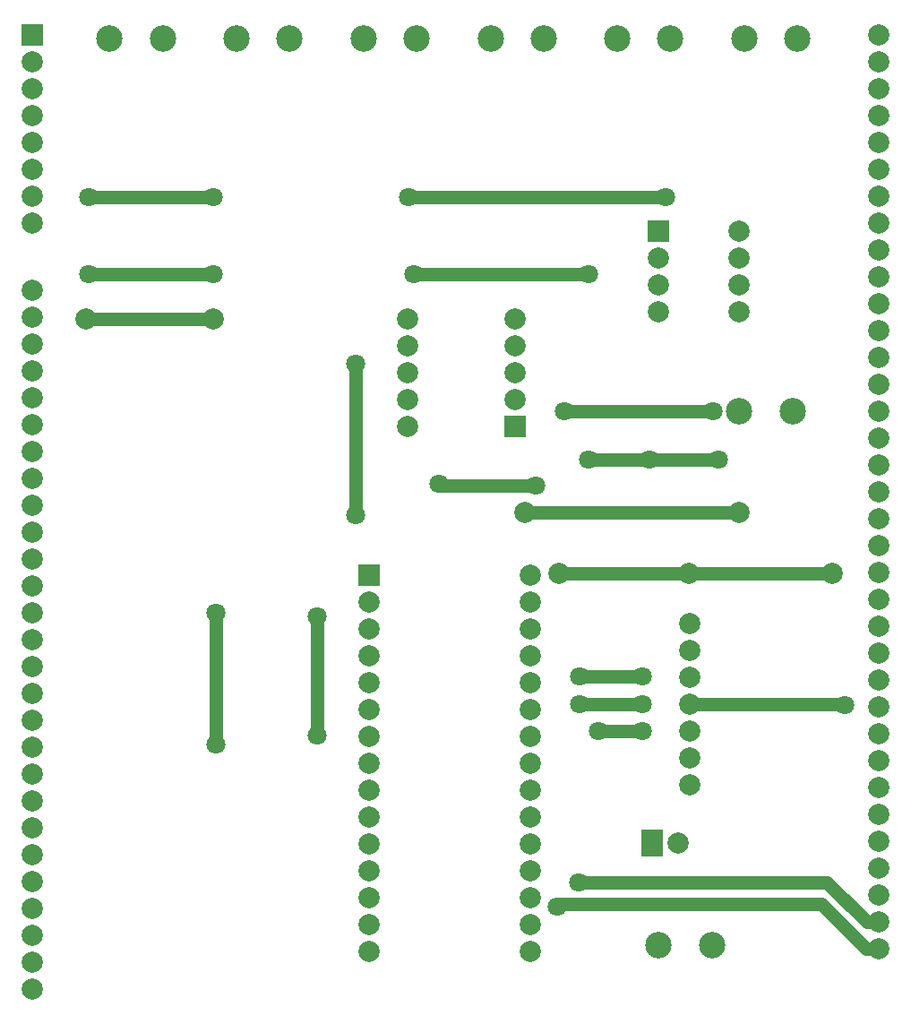
<source format=gbr>
%TF.GenerationSoftware,KiCad,Pcbnew,7.0.6-7.0.6~ubuntu22.04.1*%
%TF.CreationDate,2023-07-19T15:48:20-03:00*%
%TF.ProjectId,Gerador_sinais_AD9833,47657261-646f-4725-9f73-696e6169735f,v01*%
%TF.SameCoordinates,Original*%
%TF.FileFunction,Copper,L1,Top*%
%TF.FilePolarity,Positive*%
%FSLAX46Y46*%
G04 Gerber Fmt 4.6, Leading zero omitted, Abs format (unit mm)*
G04 Created by KiCad (PCBNEW 7.0.6-7.0.6~ubuntu22.04.1) date 2023-07-19 15:48:20*
%MOMM*%
%LPD*%
G01*
G04 APERTURE LIST*
%TA.AperFunction,ComponentPad*%
%ADD10C,2.000000*%
%TD*%
%TA.AperFunction,ComponentPad*%
%ADD11R,2.000000X2.000000*%
%TD*%
%TA.AperFunction,ComponentPad*%
%ADD12C,2.500000*%
%TD*%
%TA.AperFunction,ComponentPad*%
%ADD13R,2.000000X2.500000*%
%TD*%
%TA.AperFunction,ViaPad*%
%ADD14C,1.800000*%
%TD*%
%TA.AperFunction,ViaPad*%
%ADD15C,2.000000*%
%TD*%
%TA.AperFunction,Conductor*%
%ADD16C,1.270000*%
%TD*%
G04 APERTURE END LIST*
D10*
%TO.P,U2,1,VCC*%
%TO.N,+5V*%
X142120000Y-84020000D03*
%TO.P,U2,2,GND*%
%TO.N,Earth*%
X142120000Y-86560000D03*
%TO.P,U2,3,INC*%
%TO.N,X9c10x_INC*%
X142120000Y-89100000D03*
%TO.P,U2,4,U/D*%
%TO.N,X9c10x_U{slash}D*%
X142120000Y-91640000D03*
%TO.P,U2,5,CS*%
%TO.N,CS (X9c104)*%
X142120000Y-94180000D03*
D11*
%TO.P,U2,6,GND*%
%TO.N,Earth*%
X152280000Y-94180000D03*
D10*
%TO.P,U2,7,RL*%
%TO.N,Net-(U1--IN2)*%
X152280000Y-91640000D03*
%TO.P,U2,8,RW*%
%TO.N,Out_circuito*%
X152280000Y-89100000D03*
%TO.P,U2,9,RH*%
%TO.N,unconnected-(U2-RH-Pad9)*%
X152280000Y-86560000D03*
%TO.P,U2,10,VCC*%
%TO.N,unconnected-(U2-VCC-Pad10)*%
X152280000Y-84020000D03*
%TD*%
D12*
%TO.P,SW3,1,1*%
%TO.N,freq-*%
X126000000Y-57500000D03*
%TO.P,SW3,2,2*%
%TO.N,Earth*%
X131000000Y-57500000D03*
%TD*%
D10*
%TO.P,C1,1*%
%TO.N,Out_ad9833*%
X167750000Y-133500000D03*
D13*
%TO.P,C1,2*%
%TO.N,Passa_alta*%
X165250000Y-133500000D03*
%TD*%
D11*
%TO.P,A1,1,D1/TX*%
%TO.N,unconnected-(A1-D1{slash}TX-Pad1)*%
X138500000Y-108230000D03*
D10*
%TO.P,A1,2,D0/RX*%
%TO.N,unconnected-(A1-D0{slash}RX-Pad2)*%
X138500000Y-110770000D03*
%TO.P,A1,3,~{RESET}*%
%TO.N,unconnected-(A1-~{RESET}-Pad3)*%
X138500000Y-113310000D03*
%TO.P,A1,4,GND*%
%TO.N,Earth*%
X138500000Y-115850000D03*
%TO.P,A1,5,D2*%
%TO.N,CS (X9c104)*%
X138500000Y-118390000D03*
%TO.P,A1,6,D3*%
%TO.N,storage_R*%
X138500000Y-120930000D03*
%TO.P,A1,7,D4*%
%TO.N,CS (AD9833)*%
X138500000Y-123470000D03*
%TO.P,A1,8,D5*%
%TO.N,Up_pot*%
X138500000Y-126010000D03*
%TO.P,A1,9,D6*%
%TO.N,Down_pot*%
X138500000Y-128550000D03*
%TO.P,A1,10,D7*%
%TO.N,X9c10x_INC*%
X138500000Y-131090000D03*
%TO.P,A1,11,D8*%
%TO.N,X9c10x_U{slash}D*%
X138500000Y-133630000D03*
%TO.P,A1,12,D9*%
%TO.N,freq+*%
X138500000Y-136170000D03*
%TO.P,A1,13,D10*%
%TO.N,freq-*%
X138500000Y-138710000D03*
%TO.P,A1,14,D11*%
%TO.N,SPI_COPI*%
X138500000Y-141250000D03*
%TO.P,A1,15,D12*%
%TO.N,S_wave*%
X138500000Y-143790000D03*
%TO.P,A1,16,D13*%
%TO.N,SPI_clk*%
X153740000Y-143790000D03*
%TO.P,A1,17,3V3*%
%TO.N,unconnected-(A1-3V3-Pad17)*%
X153740000Y-141250000D03*
%TO.P,A1,18,AREF*%
%TO.N,unconnected-(A1-AREF-Pad18)*%
X153740000Y-138710000D03*
%TO.P,A1,19,A0*%
%TO.N,unconnected-(A1-A0-Pad19)*%
X153740000Y-136170000D03*
%TO.P,A1,20,A1*%
%TO.N,unconnected-(A1-A1-Pad20)*%
X153740000Y-133630000D03*
%TO.P,A1,21,A2*%
%TO.N,unconnected-(A1-A2-Pad21)*%
X153740000Y-131090000D03*
%TO.P,A1,22,A3*%
%TO.N,unconnected-(A1-A3-Pad22)*%
X153740000Y-128550000D03*
%TO.P,A1,23,A4*%
%TO.N,SDA1*%
X153740000Y-126010000D03*
%TO.P,A1,24,A5*%
%TO.N,SCL1*%
X153740000Y-123470000D03*
%TO.P,A1,25,A6*%
%TO.N,unconnected-(A1-A6-Pad25)*%
X153740000Y-120930000D03*
%TO.P,A1,26,A7*%
%TO.N,unconnected-(A1-A7-Pad26)*%
X153740000Y-118390000D03*
%TO.P,A1,27,+5V*%
%TO.N,+5V*%
X153740000Y-115850000D03*
%TO.P,A1,28,~{RESET}*%
%TO.N,unconnected-(A1-~{RESET}-Pad28)*%
X153740000Y-113310000D03*
%TO.P,A1,29,GND*%
%TO.N,unconnected-(A1-GND-Pad29)*%
X153740000Y-110770000D03*
%TO.P,A1,30,VIN*%
%TO.N,unconnected-(A1-VIN-Pad30)*%
X153740000Y-108230000D03*
%TD*%
D11*
%TO.P,U1,1,OUT1*%
%TO.N,out_buffer*%
X165900000Y-75700000D03*
D10*
%TO.P,U1,2,-IN1*%
X165900000Y-78240000D03*
%TO.P,U1,3,+IN1*%
%TO.N,Passa_alta*%
X165900000Y-80780000D03*
%TO.P,U1,4,V-*%
%TO.N,-9V*%
X165900000Y-83320000D03*
%TO.P,U1,5,+IN2*%
%TO.N,out_buffer*%
X173520000Y-83320000D03*
%TO.P,U1,6,-IN2*%
%TO.N,Net-(U1--IN2)*%
X173520000Y-80780000D03*
%TO.P,U1,7,OUT2*%
%TO.N,Out_circuito*%
X173520000Y-78240000D03*
%TO.P,U1,8,V+*%
%TO.N,+9V*%
X173520000Y-75700000D03*
%TD*%
D12*
%TO.P,SW4,1,1*%
%TO.N,storage_R*%
X150000000Y-57500000D03*
%TO.P,SW4,2,2*%
%TO.N,Earth*%
X155000000Y-57500000D03*
%TD*%
D10*
%TO.P,J4,1,Pin_1*%
%TO.N,SINC*%
X186690000Y-57150000D03*
%TO.P,J4,2,Pin_2*%
%TO.N,SPI_COPI*%
X186690000Y-59690000D03*
%TO.P,J4,3,Pin_3*%
%TO.N,SPI_CIPO*%
X186690000Y-62230000D03*
%TO.P,J4,4,Pin_4*%
%TO.N,SPI_clk*%
X186690000Y-64770000D03*
%TO.P,J4,5,Pin_5*%
%TO.N,CS (0)*%
X186690000Y-67310000D03*
%TO.P,J4,6,Pin_6*%
%TO.N,CS (1)*%
X186690000Y-69850000D03*
%TO.P,J4,7,Pin_7*%
%TO.N,unconnected-(J4-Pin_7-Pad7)*%
X186690000Y-72390000D03*
%TO.P,J4,8,Pin_8*%
%TO.N,unconnected-(J4-Pin_8-Pad8)*%
X186690000Y-74930000D03*
%TO.P,J4,9,Pin_9*%
%TO.N,unconnected-(J4-Pin_9-Pad9)*%
X186690000Y-77470000D03*
%TO.P,J4,10,Pin_10*%
%TO.N,unconnected-(J4-Pin_10-Pad10)*%
X186690000Y-80010000D03*
%TO.P,J4,11,Pin_11*%
%TO.N,unconnected-(J4-Pin_11-Pad11)*%
X186690000Y-82550000D03*
%TO.P,J4,12,Pin_12*%
%TO.N,unconnected-(J4-Pin_12-Pad12)*%
X186690000Y-85090000D03*
%TO.P,J4,13,Pin_13*%
%TO.N,unconnected-(J4-Pin_13-Pad13)*%
X186690000Y-87630000D03*
%TO.P,J4,14,Pin_14*%
%TO.N,unconnected-(J4-Pin_14-Pad14)*%
X186690000Y-90170000D03*
%TO.P,J4,15,Pin_15*%
%TO.N,unconnected-(J4-Pin_15-Pad15)*%
X186690000Y-92710000D03*
%TO.P,J4,16,Pin_16*%
%TO.N,unconnected-(J4-Pin_16-Pad16)*%
X186690000Y-95250000D03*
%TO.P,J4,17,Pin_17*%
%TO.N,unconnected-(J4-Pin_17-Pad17)*%
X186690000Y-97790000D03*
%TO.P,J4,18,Pin_18*%
%TO.N,unconnected-(J4-Pin_18-Pad18)*%
X186690000Y-100330000D03*
%TO.P,J4,19,Pin_19*%
%TO.N,unconnected-(J4-Pin_19-Pad19)*%
X186690000Y-102870000D03*
%TO.P,J4,20,Pin_20*%
%TO.N,unconnected-(J4-Pin_20-Pad20)*%
X186690000Y-105410000D03*
%TO.P,J4,21,Pin_21*%
%TO.N,unconnected-(J4-Pin_21-Pad21)*%
X186690000Y-107950000D03*
%TO.P,J4,22,Pin_22*%
%TO.N,unconnected-(J4-Pin_22-Pad22)*%
X186690000Y-110490000D03*
%TO.P,J4,23,Pin_23*%
%TO.N,unconnected-(J4-Pin_23-Pad23)*%
X186690000Y-113030000D03*
%TO.P,J4,24,Pin_24*%
%TO.N,unconnected-(J4-Pin_24-Pad24)*%
X186690000Y-115570000D03*
%TO.P,J4,25,Pin_25*%
%TO.N,unconnected-(J4-Pin_25-Pad25)*%
X186690000Y-118110000D03*
%TO.P,J4,26,Pin_26*%
%TO.N,unconnected-(J4-Pin_26-Pad26)*%
X186690000Y-120650000D03*
%TO.P,J4,27,Pin_27*%
%TO.N,unconnected-(J4-Pin_27-Pad27)*%
X186690000Y-123190000D03*
%TO.P,J4,28,Pin_28*%
%TO.N,unconnected-(J4-Pin_28-Pad28)*%
X186690000Y-125730000D03*
%TO.P,J4,29,Pin_29*%
%TO.N,unconnected-(J4-Pin_29-Pad29)*%
X186690000Y-128270000D03*
%TO.P,J4,30,Pin_30*%
%TO.N,SCL3*%
X186690000Y-130810000D03*
%TO.P,J4,31,Pin_31*%
%TO.N,SDA3*%
X186690000Y-133350000D03*
%TO.P,J4,32,Pin_32*%
%TO.N,SCL2*%
X186690000Y-135890000D03*
%TO.P,J4,33,Pin_33*%
%TO.N,SDA2*%
X186690000Y-138430000D03*
%TO.P,J4,34,Pin_34*%
%TO.N,SCL1*%
X186690000Y-140970000D03*
%TO.P,J4,35,Pin_35*%
%TO.N,SDA1*%
X186690000Y-143510000D03*
%TD*%
D12*
%TO.P,SW6,1,1*%
%TO.N,Down_pot*%
X174000000Y-57500000D03*
%TO.P,SW6,2,2*%
%TO.N,Earth*%
X179000000Y-57500000D03*
%TD*%
%TO.P,R2,1*%
%TO.N,Earth*%
X178540000Y-92750000D03*
%TO.P,R2,2*%
%TO.N,Net-(U1--IN2)*%
X173460000Y-92750000D03*
%TD*%
D11*
%TO.P,J1,1,Pin_1*%
%TO.N,Earth*%
X106680000Y-57150000D03*
D10*
%TO.P,J1,2,Pin_2*%
%TO.N,+12V*%
X106680000Y-59690000D03*
%TO.P,J1,3,Pin_3*%
%TO.N,-12V*%
X106680000Y-62230000D03*
%TO.P,J1,4,Pin_4*%
%TO.N,+9V*%
X106680000Y-64770000D03*
%TO.P,J1,5,Pin_5*%
%TO.N,-9V*%
X106680000Y-67310000D03*
%TO.P,J1,6,Pin_6*%
%TO.N,+5V*%
X106680000Y-69850000D03*
%TO.P,J1,7,Pin_7*%
%TO.N,-5V*%
X106680000Y-72390000D03*
%TO.P,J1,8,Pin_8*%
%TO.N,+3.3V*%
X106680000Y-74930000D03*
%TD*%
%TO.P,J3,1,Pin_1*%
%TO.N,unconnected-(J3-Pin_1-Pad1)*%
X106680000Y-81280000D03*
%TO.P,J3,2,Pin_2*%
%TO.N,unconnected-(J3-Pin_2-Pad2)*%
X106680000Y-83820000D03*
%TO.P,J3,3,Pin_3*%
%TO.N,unconnected-(J3-Pin_3-Pad3)*%
X106680000Y-86360000D03*
%TO.P,J3,4,Pin_4*%
%TO.N,unconnected-(J3-Pin_4-Pad4)*%
X106680000Y-88900000D03*
%TO.P,J3,5,Pin_5*%
%TO.N,unconnected-(J3-Pin_5-Pad5)*%
X106680000Y-91440000D03*
%TO.P,J3,6,Pin_6*%
%TO.N,unconnected-(J3-Pin_6-Pad6)*%
X106680000Y-93980000D03*
%TO.P,J3,7,Pin_7*%
%TO.N,unconnected-(J3-Pin_7-Pad7)*%
X106680000Y-96520000D03*
%TO.P,J3,8,Pin_8*%
%TO.N,unconnected-(J3-Pin_8-Pad8)*%
X106680000Y-99060000D03*
%TO.P,J3,9,Pin_9*%
%TO.N,unconnected-(J3-Pin_9-Pad9)*%
X106680000Y-101600000D03*
%TO.P,J3,10,Pin_10*%
%TO.N,unconnected-(J3-Pin_10-Pad10)*%
X106680000Y-104140000D03*
%TO.P,J3,11,Pin_11*%
%TO.N,unconnected-(J3-Pin_11-Pad11)*%
X106680000Y-106680000D03*
%TO.P,J3,12,Pin_12*%
%TO.N,unconnected-(J3-Pin_12-Pad12)*%
X106680000Y-109220000D03*
%TO.P,J3,13,Pin_13*%
%TO.N,unconnected-(J3-Pin_13-Pad13)*%
X106680000Y-111760000D03*
%TO.P,J3,14,Pin_14*%
%TO.N,unconnected-(J3-Pin_14-Pad14)*%
X106680000Y-114300000D03*
%TO.P,J3,15,Pin_15*%
%TO.N,unconnected-(J3-Pin_15-Pad15)*%
X106680000Y-116840000D03*
%TO.P,J3,16,Pin_16*%
%TO.N,unconnected-(J3-Pin_16-Pad16)*%
X106680000Y-119380000D03*
%TO.P,J3,17,Pin_17*%
%TO.N,unconnected-(J3-Pin_17-Pad17)*%
X106680000Y-121920000D03*
%TO.P,J3,18,Pin_18*%
%TO.N,unconnected-(J3-Pin_18-Pad18)*%
X106680000Y-124460000D03*
%TO.P,J3,19,Pin_19*%
%TO.N,unconnected-(J3-Pin_19-Pad19)*%
X106680000Y-127000000D03*
%TO.P,J3,20,Pin_20*%
%TO.N,I1*%
X106680000Y-129540000D03*
%TO.P,J3,21,Pin_21*%
%TO.N,I2*%
X106680000Y-132080000D03*
%TO.P,J3,22,Pin_22*%
%TO.N,Ampl1*%
X106680000Y-134620000D03*
%TO.P,J3,23,Pin_23*%
%TO.N,Ampl2*%
X106680000Y-137160000D03*
%TO.P,J3,24,Pin_24*%
%TO.N,Out_circuito*%
X106680000Y-139700000D03*
%TO.P,J3,25,Pin_25*%
%TO.N,Sin2*%
X106680000Y-142240000D03*
%TO.P,J3,26,Pin_26*%
%TO.N,Passa_alta*%
X106680000Y-144780000D03*
%TO.P,J3,27,Pin_27*%
%TO.N,SinB*%
X106680000Y-147320000D03*
%TD*%
%TO.P,U3,1,VCC*%
%TO.N,+5V*%
X168800000Y-112760000D03*
%TO.P,U3,2,DGND*%
%TO.N,Earth*%
X168800000Y-115300000D03*
%TO.P,U3,3,SDATA*%
%TO.N,SPI_COPI*%
X168800000Y-117840000D03*
%TO.P,U3,4,SCLK*%
%TO.N,SPI_clk*%
X168800000Y-120380000D03*
%TO.P,U3,5,FSYNC*%
%TO.N,CS (AD9833)*%
X168800000Y-122920000D03*
%TO.P,U3,6,AGND*%
%TO.N,Earth*%
X168800000Y-125460000D03*
%TO.P,U3,7,OUT*%
%TO.N,Out_ad9833*%
X168800000Y-128000000D03*
%TD*%
D12*
%TO.P,SW2,1,1*%
%TO.N,freq+*%
X138000000Y-57500000D03*
%TO.P,SW2,2,2*%
%TO.N,Earth*%
X143000000Y-57500000D03*
%TD*%
%TO.P,SW1,1,1*%
%TO.N,S_wave*%
X114000000Y-57500000D03*
%TO.P,SW1,2,2*%
%TO.N,Earth*%
X119000000Y-57500000D03*
%TD*%
%TO.P,R1,1*%
%TO.N,Passa_alta*%
X165860000Y-143200000D03*
%TO.P,R1,2*%
%TO.N,Earth*%
X170940000Y-143200000D03*
%TD*%
%TO.P,SW5,1,1*%
%TO.N,Up_pot*%
X162000000Y-57500000D03*
%TO.P,SW5,2,2*%
%TO.N,Earth*%
X167000000Y-57500000D03*
%TD*%
D14*
%TO.N,+9V*%
X142250000Y-72500000D03*
X123750000Y-72500000D03*
X166500000Y-72500000D03*
X112000000Y-72500000D03*
%TO.N,-9V*%
X159250000Y-79750000D03*
X112000000Y-79750000D03*
X142750000Y-79750000D03*
X123750000Y-79750000D03*
D15*
%TO.N,+5V*%
X111750000Y-84000000D03*
X168750000Y-108000000D03*
X182250000Y-108000000D03*
X123750000Y-84000000D03*
X156500000Y-108000000D03*
D14*
%TO.N,Earth*%
X165000000Y-97250000D03*
X171500000Y-97250000D03*
X137250000Y-88250000D03*
X159250000Y-97250000D03*
X137250000Y-102500000D03*
%TO.N,SPI_COPI*%
X158400000Y-117800000D03*
X164300000Y-117800000D03*
D15*
X153250000Y-102250000D03*
X173500000Y-102250000D03*
D14*
%TO.N,SPI_clk*%
X158400000Y-120400000D03*
X164300000Y-120400000D03*
X183500000Y-120500000D03*
%TO.N,CS (AD9833)*%
X164300000Y-122900000D03*
X145088609Y-99588609D03*
X160215500Y-122900000D03*
X154250000Y-99750000D03*
%TO.N,SCL1*%
X158284500Y-137215500D03*
%TO.N,SDA1*%
X156250000Y-139500000D03*
%TO.N,X9c10x_INC*%
X133600000Y-123400000D03*
X133600000Y-112100000D03*
%TO.N,X9c10x_U{slash}D*%
X124000000Y-111800000D03*
X124000000Y-124200000D03*
%TO.N,Net-(U1--IN2)*%
X171000000Y-92750000D03*
X157000000Y-92750000D03*
%TD*%
D16*
%TO.N,SCL1*%
X158284500Y-137215500D02*
X181806154Y-137215500D01*
X181806154Y-137215500D02*
X185560654Y-140970000D01*
X185560654Y-140970000D02*
X186690000Y-140970000D01*
%TO.N,SDA1*%
X156250000Y-139500000D02*
X156500000Y-139250000D01*
X156500000Y-139250000D02*
X181227919Y-139250000D01*
X181227919Y-139250000D02*
X185487919Y-143510000D01*
X185487919Y-143510000D02*
X186690000Y-143510000D01*
%TO.N,+9V*%
X123750000Y-72500000D02*
X112000000Y-72500000D01*
X142250000Y-72500000D02*
X166500000Y-72500000D01*
%TO.N,-9V*%
X123750000Y-79750000D02*
X112000000Y-79750000D01*
X159250000Y-79750000D02*
X142750000Y-79750000D01*
%TO.N,+5V*%
X168750000Y-108000000D02*
X182250000Y-108000000D01*
X111750000Y-84000000D02*
X123750000Y-84000000D01*
X168750000Y-108000000D02*
X156500000Y-108000000D01*
%TO.N,Earth*%
X165000000Y-97250000D02*
X159250000Y-97250000D01*
X165000000Y-97250000D02*
X171500000Y-97250000D01*
X137250000Y-88250000D02*
X137250000Y-102500000D01*
%TO.N,SPI_COPI*%
X153250000Y-102250000D02*
X173500000Y-102250000D01*
X164300000Y-117800000D02*
X158400000Y-117800000D01*
%TO.N,SPI_clk*%
X183500000Y-120500000D02*
X183380000Y-120380000D01*
X164300000Y-120400000D02*
X158400000Y-120400000D01*
X183380000Y-120380000D02*
X168800000Y-120380000D01*
%TO.N,CS (AD9833)*%
X145250000Y-99750000D02*
X154250000Y-99750000D01*
X145088609Y-99588609D02*
X145250000Y-99750000D01*
X164300000Y-122900000D02*
X160215500Y-122900000D01*
%TO.N,X9c10x_INC*%
X133600000Y-112100000D02*
X133600000Y-123400000D01*
%TO.N,X9c10x_U{slash}D*%
X124000000Y-111800000D02*
X124000000Y-124200000D01*
%TO.N,Net-(U1--IN2)*%
X157000000Y-92750000D02*
X171000000Y-92750000D01*
%TD*%
M02*

</source>
